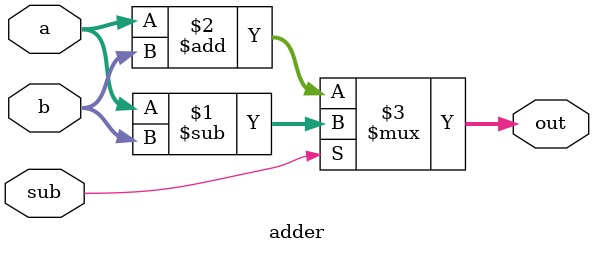
<source format=v>
module adder(
	input[7:0] a,
	input[7:0] b,
	input sub,

	output[7:0] out
);
	
	assign out = sub ? (a - b): (a + b);

endmodule
</source>
